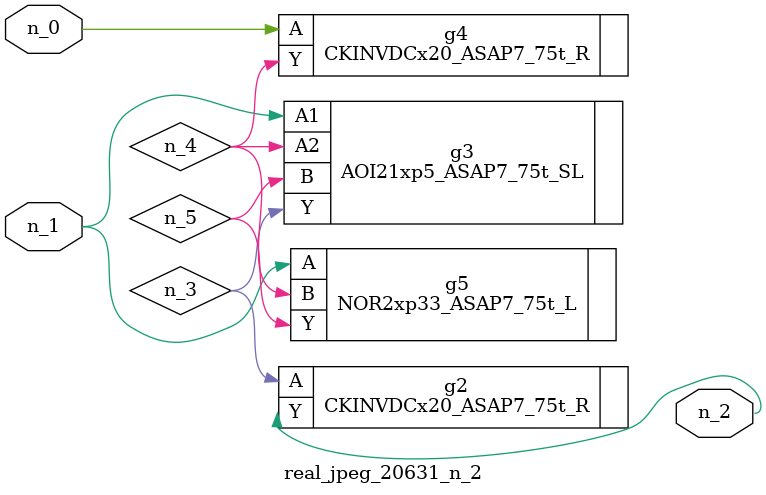
<source format=v>
module real_jpeg_20631_n_2 (n_1, n_0, n_2);

input n_1;
input n_0;

output n_2;

wire n_5;
wire n_4;
wire n_3;

CKINVDCx20_ASAP7_75t_R g4 ( 
.A(n_0),
.Y(n_4)
);

AOI21xp5_ASAP7_75t_SL g3 ( 
.A1(n_1),
.A2(n_4),
.B(n_5),
.Y(n_3)
);

NOR2xp33_ASAP7_75t_L g5 ( 
.A(n_1),
.B(n_4),
.Y(n_5)
);

CKINVDCx20_ASAP7_75t_R g2 ( 
.A(n_3),
.Y(n_2)
);


endmodule
</source>
